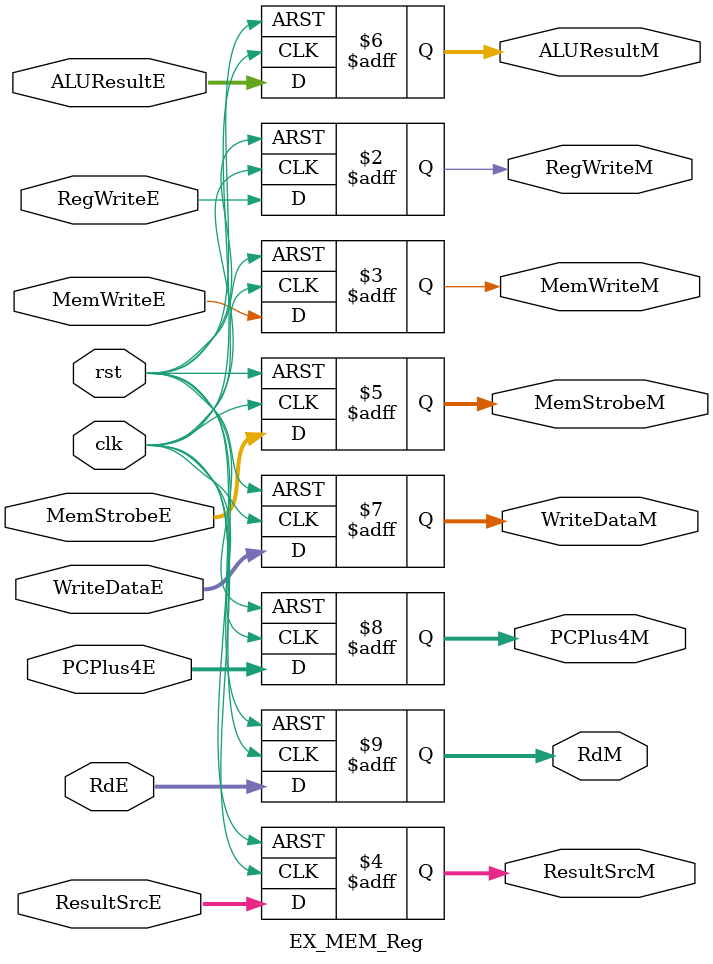
<source format=v>

module EX_MEM_Reg(
	input clk,rst,RegWriteE,MemWriteE,
	input[1:0] ResultSrcE,MemStrobeE,
	input[31:0] ALUResultE,WriteDataE,
	input[4:0] RdE,
	input[31:0] PCPlus4E,

	output reg RegWriteM,MemWriteM,
	output reg[1:0] ResultSrcM,MemStrobeM,
	output reg[31:0] ALUResultM,WriteDataM,PCPlus4M,
	output reg[4:0] RdM
	);


always @(posedge clk or posedge rst) begin
	if (rst) begin
		RegWriteM<=0;
		MemWriteM<=0;
		ResultSrcM<=0;
		MemStrobeM<=0;
		ALUResultM<=0;
		WriteDataM<=0;
		RdM<=0;
		PCPlus4M<=0;
	end
	else begin
		RegWriteM<=RegWriteE;
		MemWriteM<=MemWriteE;
		ResultSrcM<=ResultSrcE;
		MemStrobeM<=MemStrobeE;
		ALUResultM<=ALUResultE;
		WriteDataM<=WriteDataE;
		RdM<=RdE;
		PCPlus4M<=PCPlus4E;
	end
end

endmodule
</source>
